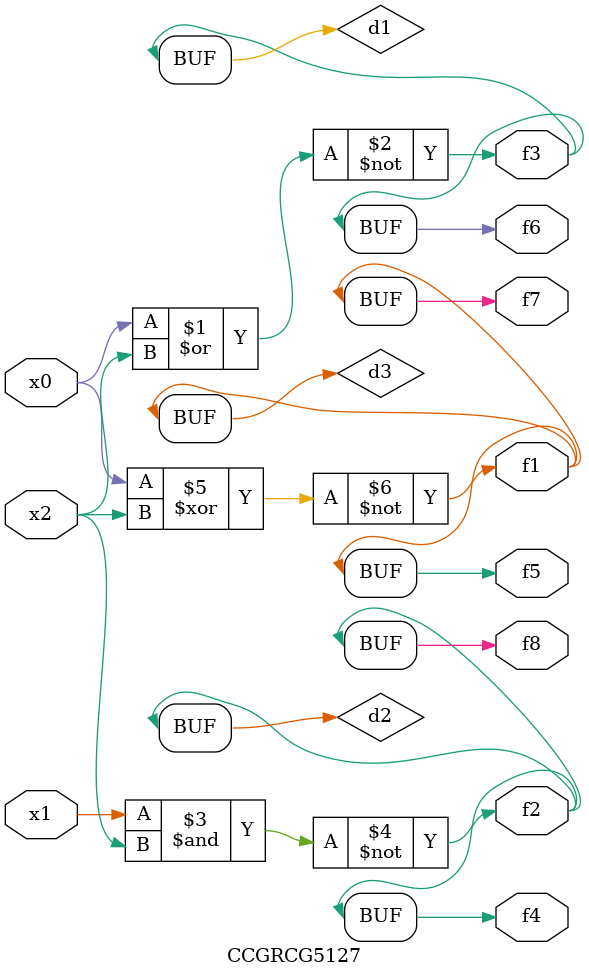
<source format=v>
module CCGRCG5127(
	input x0, x1, x2,
	output f1, f2, f3, f4, f5, f6, f7, f8
);

	wire d1, d2, d3;

	nor (d1, x0, x2);
	nand (d2, x1, x2);
	xnor (d3, x0, x2);
	assign f1 = d3;
	assign f2 = d2;
	assign f3 = d1;
	assign f4 = d2;
	assign f5 = d3;
	assign f6 = d1;
	assign f7 = d3;
	assign f8 = d2;
endmodule

</source>
